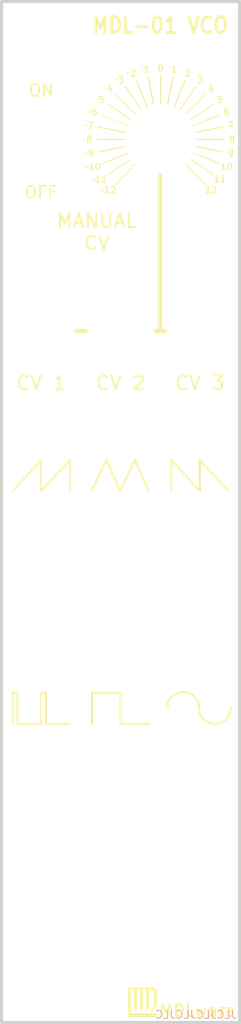
<source format=kicad_pcb>
(kicad_pcb (version 20171130) (host pcbnew "(5.1.6)-1")

  (general
    (thickness 1.6)
    (drawings 252)
    (tracks 0)
    (zones 0)
    (modules 14)
    (nets 1)
  )

  (page USLetter portrait)
  (title_block
    (title "MDL-01 VCO Panel")
    (date 2020-09-28)
    (rev 1.0)
    (company "MDL Synth")
    (comment 1 "Copyright (C) 2020 Matt Lisiak")
    (comment 2 "LICENSE: CERN-OHL-S (https://ohwr.org/cern_ohl_s_v2.txt)")
  )

  (layers
    (0 F.Cu signal)
    (31 B.Cu signal)
    (32 B.Adhes user hide)
    (33 F.Adhes user hide)
    (34 B.Paste user)
    (35 F.Paste user)
    (36 B.SilkS user hide)
    (37 F.SilkS user)
    (38 B.Mask user hide)
    (39 F.Mask user)
    (40 Dwgs.User user hide)
    (41 Cmts.User user)
    (42 Eco1.User user hide)
    (43 Eco2.User user hide)
    (44 Edge.Cuts user)
    (45 Margin user)
    (46 B.CrtYd user)
    (47 F.CrtYd user)
    (48 B.Fab user hide)
    (49 F.Fab user hide)
  )

  (setup
    (last_trace_width 0.25)
    (trace_clearance 0.2)
    (zone_clearance 0.508)
    (zone_45_only no)
    (trace_min 0.2)
    (via_size 0.8)
    (via_drill 0.4)
    (via_min_size 0.4)
    (via_min_drill 0.3)
    (uvia_size 0.3)
    (uvia_drill 0.1)
    (uvias_allowed no)
    (uvia_min_size 0.2)
    (uvia_min_drill 0.1)
    (edge_width 0.05)
    (segment_width 0.2)
    (pcb_text_width 0.3)
    (pcb_text_size 1.5 1.5)
    (mod_edge_width 0.12)
    (mod_text_size 1 1)
    (mod_text_width 0.15)
    (pad_size 1.524 1.524)
    (pad_drill 0.762)
    (pad_to_mask_clearance 0.05)
    (aux_axis_origin 0 0)
    (visible_elements 7FFFFF7F)
    (pcbplotparams
      (layerselection 0x010fc_ffffffff)
      (usegerberextensions false)
      (usegerberattributes true)
      (usegerberadvancedattributes true)
      (creategerberjobfile true)
      (excludeedgelayer true)
      (linewidth 0.100000)
      (plotframeref false)
      (viasonmask false)
      (mode 1)
      (useauxorigin false)
      (hpglpennumber 1)
      (hpglpenspeed 20)
      (hpglpendiameter 15.000000)
      (psnegative false)
      (psa4output false)
      (plotreference true)
      (plotvalue true)
      (plotinvisibletext false)
      (padsonsilk false)
      (subtractmaskfromsilk false)
      (outputformat 1)
      (mirror false)
      (drillshape 1)
      (scaleselection 1)
      (outputdirectory ""))
  )

  (net 0 "")

  (net_class Default "This is the default net class."
    (clearance 0.2)
    (trace_width 0.25)
    (via_dia 0.8)
    (via_drill 0.4)
    (uvia_dia 0.3)
    (uvia_drill 0.1)
  )

  (module MDLSynth:MountingHole_7mm (layer F.Cu) (tedit 5F7347EC) (tstamp 5F7C9A10)
    (at 110.05 83.35)
    (descr "Mounting Hole 6mm, no annular")
    (tags "mounting hole 6mm no annular")
    (attr virtual)
    (fp_text reference REF** (at 0 -7) (layer F.SilkS) hide
      (effects (font (size 1 1) (thickness 0.15)))
    )
    (fp_text value MountingHole_7mm (at 0 7) (layer F.Fab)
      (effects (font (size 1 1) (thickness 0.15)))
    )
    (fp_text user %R (at 0.3 0) (layer F.Fab)
      (effects (font (size 1 1) (thickness 0.15)))
    )
    (fp_circle (center 0 0) (end 4 0) (layer F.CrtYd) (width 0.05))
    (fp_circle (center 0 0) (end 3.75 0) (layer Cmts.User) (width 0.15))
    (pad "" np_thru_hole circle (at 0 0) (size 7 7) (drill 7) (layers *.Cu *.Mask)
      (solder_mask_margin 0.2) (solder_paste_margin -0.2) (clearance 0.4))
  )

  (module MDLSynth:MountingHole_7mm (layer F.Cu) (tedit 5F7347EC) (tstamp 5F739B8F)
    (at 115 147.35)
    (descr "Mounting Hole 6mm, no annular")
    (tags "mounting hole 6mm no annular")
    (attr virtual)
    (fp_text reference REF** (at 0 -7) (layer F.SilkS) hide
      (effects (font (size 1 1) (thickness 0.15)))
    )
    (fp_text value MountingHole_7mm (at 0 7) (layer F.Fab)
      (effects (font (size 1 1) (thickness 0.15)))
    )
    (fp_circle (center 0 0) (end 3.75 0) (layer Cmts.User) (width 0.15))
    (fp_circle (center 0 0) (end 4 0) (layer F.CrtYd) (width 0.05))
    (fp_text user %R (at 0.3 0) (layer F.Fab)
      (effects (font (size 1 1) (thickness 0.15)))
    )
    (pad "" np_thru_hole circle (at 0 0) (size 7 7) (drill 7) (layers *.Cu *.Mask)
      (solder_mask_margin 0.2) (solder_paste_margin -0.2) (clearance 0.4))
  )

  (module MDLSynth:MountingHole_7mm (layer F.Cu) (tedit 5F7347EC) (tstamp 5F739B53)
    (at 105 147.35)
    (descr "Mounting Hole 6mm, no annular")
    (tags "mounting hole 6mm no annular")
    (attr virtual)
    (fp_text reference REF** (at 0 -7) (layer F.SilkS) hide
      (effects (font (size 1 1) (thickness 0.15)))
    )
    (fp_text value MountingHole_7mm (at 0 7) (layer F.Fab)
      (effects (font (size 1 1) (thickness 0.15)))
    )
    (fp_circle (center 0 0) (end 3.75 0) (layer Cmts.User) (width 0.15))
    (fp_circle (center 0 0) (end 4 0) (layer F.CrtYd) (width 0.05))
    (fp_text user %R (at 0.3 0) (layer F.Fab)
      (effects (font (size 1 1) (thickness 0.15)))
    )
    (pad "" np_thru_hole circle (at 0 0) (size 7 7) (drill 7) (layers *.Cu *.Mask)
      (solder_mask_margin 0.2) (solder_paste_margin -0.2) (clearance 0.4))
  )

  (module MDLSynth:MountingHole_7mm (layer F.Cu) (tedit 5F7347EC) (tstamp 5F739B17)
    (at 95 147.35)
    (descr "Mounting Hole 6mm, no annular")
    (tags "mounting hole 6mm no annular")
    (attr virtual)
    (fp_text reference REF** (at 0 -7) (layer F.SilkS) hide
      (effects (font (size 1 1) (thickness 0.15)))
    )
    (fp_text value MountingHole_7mm (at 0 7) (layer F.Fab)
      (effects (font (size 1 1) (thickness 0.15)))
    )
    (fp_circle (center 0 0) (end 3.75 0) (layer Cmts.User) (width 0.15))
    (fp_circle (center 0 0) (end 4 0) (layer F.CrtYd) (width 0.05))
    (fp_text user %R (at 0.3 0) (layer F.Fab)
      (effects (font (size 1 1) (thickness 0.15)))
    )
    (pad "" np_thru_hole circle (at 0 0) (size 7 7) (drill 7) (layers *.Cu *.Mask)
      (solder_mask_margin 0.2) (solder_paste_margin -0.2) (clearance 0.4))
  )

  (module MDLSynth:MountingHole_7mm (layer F.Cu) (tedit 5F7347EC) (tstamp 5F739ADB)
    (at 115 132.96)
    (descr "Mounting Hole 6mm, no annular")
    (tags "mounting hole 6mm no annular")
    (attr virtual)
    (fp_text reference REF** (at 0 -7) (layer F.SilkS) hide
      (effects (font (size 1 1) (thickness 0.15)))
    )
    (fp_text value MountingHole_7mm (at 0 7) (layer F.Fab)
      (effects (font (size 1 1) (thickness 0.15)))
    )
    (fp_circle (center 0 0) (end 3.75 0) (layer Cmts.User) (width 0.15))
    (fp_circle (center 0 0) (end 4 0) (layer F.CrtYd) (width 0.05))
    (fp_text user %R (at 0.3 0) (layer F.Fab)
      (effects (font (size 1 1) (thickness 0.15)))
    )
    (pad "" np_thru_hole circle (at 0 0) (size 7 7) (drill 7) (layers *.Cu *.Mask)
      (solder_mask_margin 0.2) (solder_paste_margin -0.2) (clearance 0.4))
  )

  (module MDLSynth:MountingHole_7mm (layer F.Cu) (tedit 5F7347EC) (tstamp 5F739A9F)
    (at 105 132.96)
    (descr "Mounting Hole 6mm, no annular")
    (tags "mounting hole 6mm no annular")
    (attr virtual)
    (fp_text reference REF** (at 0 -7) (layer F.SilkS) hide
      (effects (font (size 1 1) (thickness 0.15)))
    )
    (fp_text value MountingHole_7mm (at 0 7) (layer F.Fab)
      (effects (font (size 1 1) (thickness 0.15)))
    )
    (fp_circle (center 0 0) (end 3.75 0) (layer Cmts.User) (width 0.15))
    (fp_circle (center 0 0) (end 4 0) (layer F.CrtYd) (width 0.05))
    (fp_text user %R (at 0.3 0) (layer F.Fab)
      (effects (font (size 1 1) (thickness 0.15)))
    )
    (pad "" np_thru_hole circle (at 0 0) (size 7 7) (drill 7) (layers *.Cu *.Mask)
      (solder_mask_margin 0.2) (solder_paste_margin -0.2) (clearance 0.4))
  )

  (module MDLSynth:MountingHole_7mm (layer F.Cu) (tedit 5F7347EC) (tstamp 5F739A63)
    (at 95 132.96)
    (descr "Mounting Hole 6mm, no annular")
    (tags "mounting hole 6mm no annular")
    (attr virtual)
    (fp_text reference REF** (at 0 -7) (layer F.SilkS) hide
      (effects (font (size 1 1) (thickness 0.15)))
    )
    (fp_text value MountingHole_7mm (at 0 7) (layer F.Fab)
      (effects (font (size 1 1) (thickness 0.15)))
    )
    (fp_circle (center 0 0) (end 3.75 0) (layer Cmts.User) (width 0.15))
    (fp_circle (center 0 0) (end 4 0) (layer F.CrtYd) (width 0.05))
    (fp_text user %R (at 0.3 0) (layer F.Fab)
      (effects (font (size 1 1) (thickness 0.15)))
    )
    (pad "" np_thru_hole circle (at 0 0) (size 7 7) (drill 7) (layers *.Cu *.Mask)
      (solder_mask_margin 0.2) (solder_paste_margin -0.2) (clearance 0.4))
  )

  (module MDLSynth:MountingHole_7mm (layer F.Cu) (tedit 5F7347EC) (tstamp 5F739A27)
    (at 115 107.46)
    (descr "Mounting Hole 6mm, no annular")
    (tags "mounting hole 6mm no annular")
    (attr virtual)
    (fp_text reference REF** (at 0 -7) (layer F.SilkS) hide
      (effects (font (size 1 1) (thickness 0.15)))
    )
    (fp_text value MountingHole_7mm (at 0 7) (layer F.Fab)
      (effects (font (size 1 1) (thickness 0.15)))
    )
    (fp_circle (center 0 0) (end 3.75 0) (layer Cmts.User) (width 0.15))
    (fp_circle (center 0 0) (end 4 0) (layer F.CrtYd) (width 0.05))
    (fp_text user %R (at 0.3 0) (layer F.Fab)
      (effects (font (size 1 1) (thickness 0.15)))
    )
    (pad "" np_thru_hole circle (at 0 0) (size 7 7) (drill 7) (layers *.Cu *.Mask)
      (solder_mask_margin 0.2) (solder_paste_margin -0.2) (clearance 0.4))
  )

  (module MDLSynth:MountingHole_7mm (layer F.Cu) (tedit 5F7347EC) (tstamp 5F7399EB)
    (at 105 107.46)
    (descr "Mounting Hole 6mm, no annular")
    (tags "mounting hole 6mm no annular")
    (attr virtual)
    (fp_text reference REF** (at 0 -7) (layer F.SilkS) hide
      (effects (font (size 1 1) (thickness 0.15)))
    )
    (fp_text value MountingHole_7mm (at 0 7) (layer F.Fab)
      (effects (font (size 1 1) (thickness 0.15)))
    )
    (fp_circle (center 0 0) (end 3.75 0) (layer Cmts.User) (width 0.15))
    (fp_circle (center 0 0) (end 4 0) (layer F.CrtYd) (width 0.05))
    (fp_text user %R (at 0.3 0) (layer F.Fab)
      (effects (font (size 1 1) (thickness 0.15)))
    )
    (pad "" np_thru_hole circle (at 0 0) (size 7 7) (drill 7) (layers *.Cu *.Mask)
      (solder_mask_margin 0.2) (solder_paste_margin -0.2) (clearance 0.4))
  )

  (module MDLSynth:MountingHole_7mm (layer F.Cu) (tedit 5F7347EC) (tstamp 5F739882)
    (at 95.01 107.46)
    (descr "Mounting Hole 6mm, no annular")
    (tags "mounting hole 6mm no annular")
    (attr virtual)
    (fp_text reference REF** (at 0 -7) (layer F.SilkS) hide
      (effects (font (size 1 1) (thickness 0.15)))
    )
    (fp_text value MountingHole_7mm (at 0 7) (layer F.Fab)
      (effects (font (size 1 1) (thickness 0.15)))
    )
    (fp_circle (center 0 0) (end 3.75 0) (layer Cmts.User) (width 0.15))
    (fp_circle (center 0 0) (end 4 0) (layer F.CrtYd) (width 0.05))
    (fp_text user %R (at 0.3 0) (layer F.Fab)
      (effects (font (size 1 1) (thickness 0.15)))
    )
    (pad "" np_thru_hole circle (at 0 0) (size 7 7) (drill 7) (layers *.Cu *.Mask)
      (solder_mask_margin 0.2) (solder_paste_margin -0.2) (clearance 0.4))
  )

  (module MDLSynth:MountingHole_7mm (layer F.Cu) (tedit 5F7347EC) (tstamp 5F73982C)
    (at 110.05 83.35)
    (descr "Mounting Hole 6mm, no annular")
    (tags "mounting hole 6mm no annular")
    (attr virtual)
    (fp_text reference REF** (at 0 -7) (layer F.SilkS) hide
      (effects (font (size 1 1) (thickness 0.15)))
    )
    (fp_text value MountingHole_7mm (at 0 7) (layer F.Fab)
      (effects (font (size 1 1) (thickness 0.15)))
    )
    (fp_circle (center 0 0) (end 3.75 0) (layer Cmts.User) (width 0.15))
    (fp_circle (center 0 0) (end 4 0) (layer F.CrtYd) (width 0.05))
    (fp_text user %R (at 0.3 0) (layer F.Fab)
      (effects (font (size 1 1) (thickness 0.15)))
    )
    (pad "" np_thru_hole circle (at 0 0) (size 7 7) (drill 7) (layers *.Cu *.Mask)
      (solder_mask_margin 0.2) (solder_paste_margin -0.2) (clearance 0.4))
  )

  (module MDLSynth:MountingHole_6mm (layer F.Cu) (tedit 5F73490E) (tstamp 5F7397E4)
    (at 95 83.35)
    (descr "Mounting Hole 6mm, no annular")
    (tags "mounting hole 6mm no annular")
    (attr virtual)
    (fp_text reference REF** (at 0 -7) (layer F.SilkS) hide
      (effects (font (size 1 1) (thickness 0.15)))
    )
    (fp_text value MountingHole_6mm (at 0 7) (layer F.Fab)
      (effects (font (size 1 1) (thickness 0.15)))
    )
    (fp_circle (center 0 0) (end 3.25 0) (layer Cmts.User) (width 0.15))
    (fp_circle (center 0 0) (end 3.5 0) (layer F.CrtYd) (width 0.05))
    (fp_text user %R (at 0.3 0) (layer F.Fab)
      (effects (font (size 1 1) (thickness 0.15)))
    )
    (pad "" np_thru_hole circle (at 0 0) (size 6 6) (drill 6) (layers *.Cu *.Mask)
      (solder_mask_margin 0.2) (solder_paste_margin -0.2) (clearance 0.4))
  )

  (module MDLSynth:MountingHole_3mm (layer F.Cu) (tedit 5F734920) (tstamp 5F739767)
    (at 97.5 191.5)
    (descr "Mounting Hole 6mm, no annular")
    (tags "mounting hole 6mm no annular")
    (attr virtual)
    (fp_text reference REF** (at 0 -4.2) (layer F.SilkS) hide
      (effects (font (size 1 1) (thickness 0.15)))
    )
    (fp_text value MountingHole_3mm (at 0 4.2) (layer F.Fab)
      (effects (font (size 1 1) (thickness 0.15)))
    )
    (fp_circle (center 0 0) (end 2 0) (layer F.CrtYd) (width 0.05))
    (fp_circle (center 0 0) (end 1.75 0) (layer Cmts.User) (width 0.15))
    (fp_text user %R (at 0.3 0) (layer F.Fab)
      (effects (font (size 1 1) (thickness 0.15)))
    )
    (pad "" np_thru_hole circle (at 0 0) (size 3 3) (drill 3) (layers *.Cu *.Mask)
      (solder_mask_margin 0.2) (solder_paste_margin -0.2) (clearance 0.4))
  )

  (module MDLSynth:MountingHole_3mm (layer F.Cu) (tedit 5F734920) (tstamp 5F739957)
    (at 97.5 69)
    (descr "Mounting Hole 6mm, no annular")
    (tags "mounting hole 6mm no annular")
    (attr virtual)
    (fp_text reference REF** (at 0 -4.2) (layer F.SilkS) hide
      (effects (font (size 1 1) (thickness 0.15)))
    )
    (fp_text value MountingHole_3mm (at 0 4.2) (layer F.Fab)
      (effects (font (size 1 1) (thickness 0.15)))
    )
    (fp_circle (center 0 0) (end 2 0) (layer F.CrtYd) (width 0.05))
    (fp_circle (center 0 0) (end 1.75 0) (layer Cmts.User) (width 0.15))
    (fp_text user %R (at 0.3 0) (layer F.Fab)
      (effects (font (size 1 1) (thickness 0.15)))
    )
    (pad "" np_thru_hole circle (at 0 0) (size 3 3) (drill 3) (layers *.Cu *.Mask)
      (solder_mask_margin 0.2) (solder_paste_margin -0.2) (clearance 0.4))
  )

  (gr_line (start 108.5 191.95) (end 108.25 191.95) (layer F.SilkS) (width 0.2) (tstamp 5F7CA723))
  (gr_line (start 108.5 190.7) (end 108.25 190.7) (layer F.SilkS) (width 0.2) (tstamp 5F7CA722))
  (gr_line (start 108.5 192.2) (end 108.25 192.2) (layer F.SilkS) (width 0.2) (tstamp 5F7CA721))
  (gr_line (start 108.5 191.45) (end 108.25 191.45) (layer F.SilkS) (width 0.2) (tstamp 5F7CA720))
  (gr_line (start 108.5 192.7) (end 108.25 192.7) (layer F.SilkS) (width 0.2) (tstamp 5F7CA71F))
  (gr_line (start 108.5 190.95) (end 108.25 190.95) (layer F.SilkS) (width 0.2) (tstamp 5F7CA71E))
  (gr_line (start 108.5 191.2) (end 108.25 191.2) (layer F.SilkS) (width 0.2) (tstamp 5F7CA71D))
  (gr_line (start 108.5 191.7) (end 108.25 191.7) (layer F.SilkS) (width 0.2) (tstamp 5F7CA71C))
  (gr_line (start 108.5 192.45) (end 108.25 192.45) (layer F.SilkS) (width 0.2) (tstamp 5F7CA71B))
  (gr_text . (at 108.27 192.64) (layer F.SilkS) (tstamp 5F7CA71A)
    (effects (font (size 0.8 0.8) (thickness 0.15)))
  )
  (gr_line (start 107.75 191.7) (end 107.5 191.7) (layer F.SilkS) (width 0.2) (tstamp 5F7CA70F))
  (gr_line (start 107.75 191.45) (end 107.5 191.45) (layer F.SilkS) (width 0.2) (tstamp 5F7CA70E))
  (gr_line (start 107.75 192.7) (end 107.5 192.7) (layer F.SilkS) (width 0.2) (tstamp 5F7CA70D))
  (gr_line (start 107.75 190.95) (end 107.5 190.95) (layer F.SilkS) (width 0.2) (tstamp 5F7CA70C))
  (gr_line (start 107.75 191.95) (end 107.5 191.95) (layer F.SilkS) (width 0.2) (tstamp 5F7CA70B))
  (gr_line (start 107.75 192.45) (end 107.5 192.45) (layer F.SilkS) (width 0.2) (tstamp 5F7CA70A))
  (gr_line (start 107.75 191.2) (end 107.5 191.2) (layer F.SilkS) (width 0.2) (tstamp 5F7CA709))
  (gr_line (start 107.75 190.7) (end 107.5 190.7) (layer F.SilkS) (width 0.2) (tstamp 5F7CA708))
  (gr_line (start 107.75 192.2) (end 107.5 192.2) (layer F.SilkS) (width 0.2) (tstamp 5F7CA707))
  (gr_text . (at 107.52 192.64) (layer F.SilkS) (tstamp 5F7CA706)
    (effects (font (size 0.8 0.8) (thickness 0.15)))
  )
  (gr_text . (at 106.77 192.64) (layer F.SilkS)
    (effects (font (size 0.8 0.8) (thickness 0.15)))
  )
  (gr_line (start 107 192.7) (end 106.75 192.7) (layer F.SilkS) (width 0.2) (tstamp 5F7CA6F8))
  (gr_line (start 107 192.45) (end 106.75 192.45) (layer F.SilkS) (width 0.2) (tstamp 5F7CA6F6))
  (gr_line (start 107 192.2) (end 106.75 192.2) (layer F.SilkS) (width 0.2) (tstamp 5F7CA6F4))
  (gr_line (start 107 191.95) (end 106.75 191.95) (layer F.SilkS) (width 0.2) (tstamp 5F7CA6F2))
  (gr_line (start 107 191.7) (end 106.75 191.7) (layer F.SilkS) (width 0.2) (tstamp 5F7CA6F0))
  (gr_line (start 107 191.45) (end 106.75 191.45) (layer F.SilkS) (width 0.2) (tstamp 5F7CA6EE))
  (gr_line (start 107 191.2) (end 106.75 191.2) (layer F.SilkS) (width 0.2) (tstamp 5F7CA6EC))
  (gr_line (start 107 190.95) (end 106.75 190.95) (layer F.SilkS) (width 0.2) (tstamp 5F7CA6E9))
  (gr_line (start 107 190.7) (end 106.75 190.7) (layer F.SilkS) (width 0.2) (tstamp 5F7CA6E7))
  (gr_line (start 108.5 190.45) (end 108.25 190.45) (layer F.SilkS) (width 0.2) (tstamp 5F7CA6E5))
  (gr_line (start 107.75 190.45) (end 107.5 190.45) (layer F.SilkS) (width 0.2) (tstamp 5F7CA6E3))
  (gr_line (start 107 190.45) (end 106.75 190.45) (layer F.SilkS) (width 0.2) (tstamp 5F7CA6E1))
  (gr_line (start 106.25 190.45) (end 106 190.45) (layer F.SilkS) (width 0.2) (tstamp 5F7CA6DB))
  (gr_line (start 106.25 190.7) (end 106 190.7) (layer F.SilkS) (width 0.2) (tstamp 5F7CA6D9))
  (gr_line (start 106.25 190.95) (end 106 190.95) (layer F.SilkS) (width 0.2) (tstamp 5F7CA6D7))
  (gr_line (start 106.25 191.2) (end 106 191.2) (layer F.SilkS) (width 0.2) (tstamp 5F7CA6D5))
  (gr_line (start 106.25 191.45) (end 106 191.45) (layer F.SilkS) (width 0.2) (tstamp 5F7CA6D3))
  (gr_line (start 106.25 191.7) (end 106 191.7) (layer F.SilkS) (width 0.2) (tstamp 5F7CA6D1))
  (gr_line (start 106.25 191.95) (end 106 191.95) (layer F.SilkS) (width 0.2) (tstamp 5F7CA6CF))
  (gr_line (start 106.25 192.2) (end 106 192.2) (layer F.SilkS) (width 0.2) (tstamp 5F7CA6CD))
  (gr_line (start 106.25 192.45) (end 106 192.45) (layer F.SilkS) (width 0.2) (tstamp 5F7CA6CB))
  (gr_line (start 106.25 192.7) (end 106 192.7) (layer F.SilkS) (width 0.2) (tstamp 5F7CA6C9))
  (gr_line (start 106.25 192.95) (end 106 192.95) (layer F.SilkS) (width 0.2) (tstamp 5F7CA6C7))
  (gr_line (start 106.25 193.2) (end 106 193.2) (layer F.SilkS) (width 0.2) (tstamp 5F7CA6C5))
  (gr_line (start 109.25 190.2) (end 106 190.2) (layer F.SilkS) (width 0.2) (tstamp 5F7CA691))
  (gr_line (start 109.5 190.45) (end 109 190.45) (layer F.SilkS) (width 0.2) (tstamp 5F7CA68E))
  (gr_line (start 109.5 190.7) (end 109.25 190.7) (layer F.SilkS) (width 0.2) (tstamp 5F7CA68C))
  (gr_line (start 109.5 190.95) (end 109.25 190.95) (layer F.SilkS) (width 0.2) (tstamp 5F7CA68A))
  (gr_line (start 109.5 191.2) (end 109.25 191.2) (layer F.SilkS) (width 0.2) (tstamp 5F7CA688))
  (gr_line (start 109.5 191.45) (end 109.25 191.45) (layer F.SilkS) (width 0.2) (tstamp 5F7CA686))
  (gr_line (start 109.5 191.7) (end 109.25 191.7) (layer F.SilkS) (width 0.2) (tstamp 5F7CA684))
  (gr_line (start 109.5 191.95) (end 109.25 191.95) (layer F.SilkS) (width 0.2) (tstamp 5F7CA682))
  (gr_line (start 109.5 192.2) (end 109.25 192.2) (layer F.SilkS) (width 0.2) (tstamp 5F7CA680))
  (gr_line (start 109.5 192.45) (end 109.25 192.45) (layer F.SilkS) (width 0.2) (tstamp 5F7CA67E))
  (gr_line (start 109.25 192.7) (end 109 192.7) (layer F.SilkS) (width 0.2) (tstamp 5F7CA67C))
  (gr_line (start 109 192.95) (end 108.75 192.95) (layer F.SilkS) (width 0.2) (tstamp 5F7CA679))
  (gr_line (start 109.5 193.45) (end 106 193.45) (layer F.SilkS) (width 0.2) (tstamp 5F7CA677))
  (gr_line (start 109.5 193.7) (end 106 193.7) (layer F.SilkS) (width 0.2) (tstamp 5F7CA674))
  (gr_line (start 102.57 89.7) (end 102.8 89.7) (layer F.SilkS) (width 0.15) (tstamp 5F7CA10D))
  (gr_line (start 101.47 88.4) (end 101.7 88.4) (layer F.SilkS) (width 0.15) (tstamp 5F7CA10B))
  (gr_line (start 100.6 86.8) (end 100.83 86.8) (layer F.SilkS) (width 0.15) (tstamp 5F7CA109))
  (gr_line (start 100.5 85.1) (end 100.73 85.1) (layer F.SilkS) (width 0.15) (tstamp 5F7CA107))
  (gr_line (start 100.27 83.35) (end 100.5 83.35) (layer F.SilkS) (width 0.15) (tstamp 5F7CA103))
  (gr_line (start 100.5 81.6) (end 100.73 81.6) (layer F.SilkS) (width 0.15) (tstamp 5F7CA0F3))
  (gr_line (start 101 79.9) (end 101.23 79.9) (layer F.SilkS) (width 0.15) (tstamp 5F7CA0ED))
  (gr_line (start 101.815 78.4) (end 102.045 78.4) (layer F.SilkS) (width 0.15) (tstamp 5F7CA0EB))
  (gr_line (start 102.915 77) (end 103.145 77) (layer F.SilkS) (width 0.15) (tstamp 5F7CA0E9))
  (gr_line (start 104.4 75.8) (end 104.63 75.8) (layer F.SilkS) (width 0.15) (tstamp 5F7CA0E7))
  (gr_line (start 105.9 75) (end 106.13 75) (layer F.SilkS) (width 0.15) (tstamp 5F7CA0E3))
  (gr_line (start 107.6 74.58) (end 107.83 74.58) (layer F.SilkS) (width 0.15) (tstamp 5F7CA0DC))
  (gr_text 12 (at 103.69 89.71) (layer F.SilkS) (tstamp 5F7CA0AF)
    (effects (font (size 0.8 0.8) (thickness 0.15)))
  )
  (gr_text 11 (at 102.56 88.34) (layer F.SilkS) (tstamp 5F7CA0AD)
    (effects (font (size 0.8 0.8) (thickness 0.15)))
  )
  (gr_text 10 (at 101.74 86.79) (layer F.SilkS) (tstamp 5F7CA0AB)
    (effects (font (size 0.8 0.8) (thickness 0.15)))
  )
  (gr_text 9 (at 101.23 85.11) (layer F.SilkS) (tstamp 5F7CA0A9)
    (effects (font (size 0.8 0.8) (thickness 0.15)))
  )
  (gr_text 8 (at 101.05 83.35) (layer F.SilkS) (tstamp 5F7CA0A7)
    (effects (font (size 0.8 0.8) (thickness 0.15)))
  )
  (gr_text 7 (at 101.23 81.59) (layer F.SilkS) (tstamp 5F7CA0A5)
    (effects (font (size 0.8 0.8) (thickness 0.15)))
  )
  (gr_text 6 (at 101.74 79.9) (layer F.SilkS) (tstamp 5F7CA0A3)
    (effects (font (size 0.8 0.8) (thickness 0.15)))
  )
  (gr_text 5 (at 102.56 78.36) (layer F.SilkS) (tstamp 5F7CA0A1)
    (effects (font (size 0.8 0.8) (thickness 0.15)))
  )
  (gr_text 4 (at 103.69 76.99) (layer F.SilkS) (tstamp 5F7CA09F)
    (effects (font (size 0.8 0.8) (thickness 0.15)))
  )
  (gr_text 3 (at 105.07 75.86) (layer F.SilkS) (tstamp 5F7CA09D)
    (effects (font (size 0.8 0.8) (thickness 0.15)))
  )
  (gr_text 2 (at 106.6 75.04) (layer F.SilkS) (tstamp 5F7CA09B)
    (effects (font (size 0.8 0.8) (thickness 0.15)))
  )
  (gr_text 1 (at 108.28 74.53) (layer F.SilkS) (tstamp 5F7CA099)
    (effects (font (size 0.8 0.8) (thickness 0.15)))
  )
  (gr_text 12 (at 116.41 89.71) (layer F.SilkS) (tstamp 5F7CA090)
    (effects (font (size 0.8 0.8) (thickness 0.15)))
  )
  (gr_text 11 (at 117.53 88.35) (layer F.SilkS) (tstamp 5F7CA08E)
    (effects (font (size 0.8 0.8) (thickness 0.15)))
  )
  (gr_text 10 (at 118.36 86.8) (layer F.SilkS) (tstamp 5F7CA08C)
    (effects (font (size 0.8 0.8) (thickness 0.15)))
  )
  (gr_text 9 (at 118.87 85.11) (layer F.SilkS) (tstamp 5F7CA08A)
    (effects (font (size 0.8 0.8) (thickness 0.15)))
  )
  (gr_text 8 (at 119.05 83.35) (layer F.SilkS) (tstamp 5F7CA088)
    (effects (font (size 0.8 0.8) (thickness 0.15)))
  )
  (gr_text 7 (at 118.87 81.58) (layer F.SilkS) (tstamp 5F7CA086)
    (effects (font (size 0.8 0.8) (thickness 0.15)))
  )
  (gr_text 6 (at 118.36 79.9) (layer F.SilkS) (tstamp 5F7CA084)
    (effects (font (size 0.8 0.8) (thickness 0.15)))
  )
  (gr_text 5 (at 117.53 78.35) (layer F.SilkS) (tstamp 5F7CA082)
    (effects (font (size 0.8 0.8) (thickness 0.15)))
  )
  (gr_text 4 (at 116.41 76.99) (layer F.SilkS) (tstamp 5F7CA080)
    (effects (font (size 0.8 0.8) (thickness 0.15)))
  )
  (gr_text 3 (at 115.04 75.86) (layer F.SilkS) (tstamp 5F7CA07E)
    (effects (font (size 0.8 0.8) (thickness 0.15)))
  )
  (gr_text 2 (at 113.5 75.04) (layer F.SilkS) (tstamp 5F7CA07C)
    (effects (font (size 0.8 0.8) (thickness 0.15)))
  )
  (gr_text 1 (at 111.8 74.52) (layer F.SilkS) (tstamp 5F7CA07A)
    (effects (font (size 0.8 0.8) (thickness 0.15)))
  )
  (gr_text JLCJLCJLCJLC (at 114.5 193.5) (layer B.SilkS)
    (effects (font (size 1 1) (thickness 0.15)) (justify mirror))
  )
  (gr_text MDLware (at 114.7 193) (layer F.SilkS)
    (effects (font (size 1.5 1.5) (thickness 0.25)))
  )
  (gr_text "MDL-01 VCO" (at 110 69) (layer F.SilkS)
    (effects (font (size 2 1.75) (thickness 0.35)))
  )
  (gr_line (start 106.3 85.84) (end 103.39 87.79) (layer F.SilkS) (width 0.15) (tstamp 5F7C9E17))
  (gr_line (start 105.89 85.07) (end 102.66 86.41) (layer F.SilkS) (width 0.15) (tstamp 5F7C9E13))
  (gr_line (start 105.64 84.23) (end 102.21 84.91) (layer F.SilkS) (width 0.15) (tstamp 5F7C9E0F))
  (gr_line (start 105.55 83.35) (end 102.05 83.35) (layer F.SilkS) (width 0.15) (tstamp 5F7C9E0B))
  (gr_line (start 105.64 82.47) (end 102.2 81.79) (layer F.SilkS) (width 0.15) (tstamp 5F7C9E07))
  (gr_line (start 105.89 81.63) (end 102.66 80.28) (layer F.SilkS) (width 0.1) (tstamp 5F7C9E03))
  (gr_line (start 106.31 80.86) (end 103.4 78.92) (layer F.SilkS) (width 0.15) (tstamp 5F7C9DFF))
  (gr_line (start 106.86 80.17) (end 104.39 77.69) (layer F.SilkS) (width 0.15) (tstamp 5F7C9DFB))
  (gr_line (start 107.55 79.6) (end 105.63 76.69) (layer F.SilkS) (width 0.15) (tstamp 5F7C9DF7))
  (gr_line (start 108.33 79.19) (end 106.99 75.96) (layer F.SilkS) (width 0.15) (tstamp 5F7C9DF3))
  (gr_line (start 109.17 78.94) (end 108.47 75.5) (layer F.SilkS) (width 0.15) (tstamp 5F7C9DEA))
  (gr_line (start 113.79 85.85) (end 116.7 87.79) (layer F.SilkS) (width 0.15))
  (gr_line (start 114.21 85.07) (end 117.44 86.41) (layer F.SilkS) (width 0.15) (tstamp 5F7C9DC2))
  (gr_line (start 114.46 84.23) (end 117.9 84.92) (layer F.SilkS) (width 0.15))
  (gr_line (start 114.55 83.35) (end 118.05 83.35) (layer F.SilkS) (width 0.15))
  (gr_line (start 110.05 83.35) (end 103.69 89.71) (layer Cmts.User) (width 0.01) (tstamp 5F7C9D30))
  (gr_line (start 110.05 83.35) (end 102.56 88.34) (layer Cmts.User) (width 0.01) (tstamp 5F7C9D2B))
  (gr_line (start 110.05 83.35) (end 101.74 86.79) (layer Cmts.User) (width 0.01) (tstamp 5F7C9D23))
  (gr_line (start 110.05 83.35) (end 101.23 85.11) (layer Cmts.User) (width 0.01))
  (gr_line (start 110.05 83.35) (end 101.05 83.35) (layer Cmts.User) (width 0.01))
  (gr_line (start 110.05 83.35) (end 101.23 81.59) (layer Cmts.User) (width 0.01))
  (gr_line (start 110.05 83.35) (end 101.74 79.9) (layer Cmts.User) (width 0.01))
  (gr_line (start 110.05 83.35) (end 102.56 78.36) (layer Cmts.User) (width 0.01))
  (gr_line (start 110.05 83.35) (end 103.69 76.99) (layer Cmts.User) (width 0.01))
  (gr_line (start 110.05 83.35) (end 105.07 75.86) (layer Cmts.User) (width 0.01))
  (gr_line (start 110.05 83.35) (end 106.6 75.04) (layer Cmts.User) (width 0.01))
  (gr_line (start 110.05 83.35) (end 108.28 74.53) (layer Cmts.User) (width 0.01))
  (gr_line (start 110.05 83.35) (end 116.41 89.71) (layer Cmts.User) (width 0.01))
  (gr_line (start 110.05 83.35) (end 117.53 88.35) (layer Cmts.User) (width 0.01))
  (gr_line (start 110.05 83.35) (end 118.36 86.8) (layer Cmts.User) (width 0.01))
  (gr_line (start 110.05 83.35) (end 118.87 85.11) (layer Cmts.User) (width 0.01))
  (gr_line (start 110.05 83.35) (end 119.05 83.35) (layer Cmts.User) (width 0.01) (tstamp 5F7C9CDA))
  (gr_line (start 110.05 83.35) (end 118.87 81.58) (layer Cmts.User) (width 0.01))
  (gr_line (start 110.05 83.35) (end 118.36 79.9) (layer Cmts.User) (width 0.01))
  (gr_line (start 110.05 83.35) (end 117.53 78.35) (layer Cmts.User) (width 0.01))
  (gr_line (start 110.05 83.35) (end 116.41 76.99) (layer Cmts.User) (width 0.01))
  (gr_line (start 110.05 83.35) (end 115.04 75.86) (layer Cmts.User) (width 0.01))
  (gr_line (start 110.05 83.35) (end 113.5 75.04) (layer Cmts.User) (width 0.01))
  (gr_line (start 110.05 74.35) (end 110.05 83.35) (layer Cmts.User) (width 0.01))
  (gr_line (start 110.05 83.35) (end 111.8 74.52) (layer Cmts.User) (width 0.01))
  (gr_circle (center 110.05 83.35) (end 119.05 83.35) (layer Cmts.User) (width 0.01))
  (gr_circle (center 110.05 83.35) (end 114.55 83.35) (layer Cmts.User) (width 0.01))
  (gr_line (start 114.46 82.46) (end 117.9 81.77) (layer F.SilkS) (width 0.15))
  (gr_line (start 113.79 80.85) (end 116.71 78.9) (layer F.SilkS) (width 0.15))
  (gr_line (start 113.23 80.17) (end 115.71 77.69) (layer F.SilkS) (width 0.15))
  (gr_line (start 112.54 79.61) (end 114.49 76.69) (layer F.SilkS) (width 0.15))
  (gr_line (start 111.77 79.2) (end 113.12 75.96) (layer F.SilkS) (width 0.15))
  (gr_line (start 110.93 78.94) (end 111.6 75.5) (layer F.SilkS) (width 0.15))
  (gr_line (start 114.2 81.62) (end 117.45 80.28) (layer F.SilkS) (width 0.15))
  (gr_circle (center 110.05 83.35) (end 118.05 83.35) (layer Cmts.User) (width 0.01) (tstamp 5F7C9A78))
  (gr_line (start 113.24 86.52) (end 115.71 89.01) (layer F.SilkS) (width 0.15))
  (gr_text 0 (at 110.05 74.35) (layer F.SilkS)
    (effects (font (size 0.8 0.8) (thickness 0.15)))
  )
  (gr_line (start 110.05 78.85) (end 110.05 75.35) (layer F.SilkS) (width 0.15))
  (gr_line (start 106.87 86.53) (end 104.4 89) (layer F.SilkS) (width 0.15))
  (gr_line (start 95.6 156.9) (end 98.6 156.9) (layer F.SilkS) (width 0.25) (tstamp 5F73A503))
  (gr_line (start 95.6 156.9) (end 95.6 153) (layer F.SilkS) (width 0.25) (tstamp 5F73A500))
  (gr_line (start 95 153) (end 95.6 153) (layer F.SilkS) (width 0.25) (tstamp 5F73A4FD))
  (gr_line (start 95 156.9) (end 95 153) (layer F.SilkS) (width 0.25) (tstamp 5F73A4FA))
  (gr_line (start 118.6 127.6) (end 115 123.7) (layer F.SilkS) (width 0.25) (tstamp 5F73A2FE))
  (gr_line (start 115 127.6) (end 115 123.7) (layer F.SilkS) (width 0.25) (tstamp 5F73A2FA))
  (gr_line (start 108.55 127.6) (end 106.8 123.7) (layer F.SilkS) (width 0.25) (tstamp 5F73A2E9))
  (gr_line (start 104.95 127.6) (end 106.8 123.7) (layer F.SilkS) (width 0.25) (tstamp 5F73A2E5))
  (gr_line (start 98.6 127.6) (end 98.6 123.7) (layer F.SilkS) (width 0.25) (tstamp 5F73A2C5))
  (gr_line (start 95 127.6) (end 98.6 123.7) (layer F.SilkS) (width 0.25) (tstamp 5F73A2C2))
  (gr_line (start 105 156.9) (end 108.6 156.9) (layer F.SilkS) (width 0.25) (tstamp 5F73A29A))
  (gr_arc (start 116.902498 154.9) (end 114.9 154.9) (angle -90) (layer F.SilkS) (width 0.25) (tstamp 5F73A25D))
  (gr_arc (start 112.897502 154.9) (end 114.9 154.9) (angle -90) (layer F.SilkS) (width 0.25) (tstamp 5F73A25A))
  (gr_arc (start 116.902498 154.9) (end 116.902498 156.902498) (angle -90) (layer F.SilkS) (width 0.25) (tstamp 5F73A256))
  (gr_arc (start 112.897502 154.9) (end 112.897502 152.897502) (angle -90) (layer F.SilkS) (width 0.25))
  (gr_line (start 101.4 153) (end 105 153) (layer F.SilkS) (width 0.25) (tstamp 5F73A246))
  (gr_line (start 95 127.6) (end 95 123.7) (layer F.SilkS) (width 0.25) (tstamp 5F73A244))
  (gr_line (start 101.4 156.9) (end 101.4 153) (layer F.SilkS) (width 0.25) (tstamp 5F73A242))
  (gr_line (start 92 156.9) (end 95 156.9) (layer F.SilkS) (width 0.25) (tstamp 5F73A237))
  (gr_line (start 91.4 153) (end 92 153) (layer F.SilkS) (width 0.25) (tstamp 5F73A234))
  (gr_line (start 92 156.9) (end 92 153) (layer F.SilkS) (width 0.25) (tstamp 5F73A22F))
  (gr_line (start 91.4 156.9) (end 91.4 153) (layer F.SilkS) (width 0.25) (tstamp 5F73A22D))
  (gr_line (start 115 127.6) (end 111.4 123.7) (layer F.SilkS) (width 0.25) (tstamp 5F73A21A))
  (gr_line (start 111.4 127.6) (end 111.4 123.7) (layer F.SilkS) (width 0.25) (tstamp 5F73A219))
  (gr_line (start 104.95 127.6) (end 103.2 123.7) (layer F.SilkS) (width 0.25) (tstamp 5F73A212))
  (gr_line (start 101.35 127.6) (end 103.2 123.7) (layer F.SilkS) (width 0.25) (tstamp 5F73A20E))
  (gr_line (start 91.4 127.6) (end 95 123.7) (layer F.SilkS) (width 0.25) (tstamp 5F73A1F9))
  (gr_line (start 105 156.9) (end 105 153) (layer F.SilkS) (width 0.25) (tstamp 5F73A1F4))
  (gr_line (start 100.61 107.46) (end 99.39 107.46) (layer F.SilkS) (width 0.5) (tstamp 5F73A1C3))
  (gr_line (start 110.61 107.46) (end 109.39 107.46) (layer F.SilkS) (width 0.5) (tstamp 5F73A1BE))
  (gr_line (start 110 107.46) (end 110 87.8) (layer F.SilkS) (width 0.5) (tstamp 5F73A188))
  (gr_text "CV 3" (at 115 114) (layer F.SilkS) (tstamp 5F73A181)
    (effects (font (size 1.75 1.75) (thickness 0.25)))
  )
  (gr_text "CV 2" (at 105 114.02) (layer F.SilkS) (tstamp 5F73A17E)
    (effects (font (size 1.75 1.75) (thickness 0.25)))
  )
  (gr_text "CV 1" (at 95 114.02) (layer F.SilkS)
    (effects (font (size 1.75 1.75) (thickness 0.25)))
  )
  (gr_text OFF (at 95 90) (layer F.SilkS)
    (effects (font (size 1.5 1.5) (thickness 0.2)))
  )
  (gr_text ON (at 95 77.2) (layer F.SilkS)
    (effects (font (size 1.5 1.5) (thickness 0.2)))
  )
  (gr_text "MANUAL\nCV" (at 102 95) (layer F.SilkS)
    (effects (font (size 1.75 1.75) (thickness 0.25)))
  )
  (gr_line (start 90 194.5) (end 90 66) (layer Edge.Cuts) (width 0.4) (tstamp 5F733A8B))
  (gr_line (start 120 194.5) (end 90 194.5) (layer Edge.Cuts) (width 0.4))
  (gr_line (start 120 66) (end 120 194.5) (layer Edge.Cuts) (width 0.4))
  (gr_line (start 90 66) (end 120 66) (layer Edge.Cuts) (width 0.4))
  (gr_line (start 97.5 69) (end 120 69) (layer Dwgs.User) (width 0.15))
  (gr_line (start 90 191.5) (end 120 191.5) (layer Dwgs.User) (width 0.15))
  (gr_line (start 97.5 69) (end 97.5 194.5) (layer Dwgs.User) (width 0.15))
  (gr_line (start 97.5 69) (end 90 69) (layer Dwgs.User) (width 0.15))
  (gr_line (start 97.5 66) (end 97.5 69) (layer Dwgs.User) (width 0.15))
  (dimension 108 (width 0.15) (layer Dwgs.User)
    (gr_text "108.000 mm" (at 123.34 130.25 270) (layer Dwgs.User)
      (effects (font (size 1 1) (thickness 0.15)))
    )
    (feature1 (pts (xy 119.6 184.25) (xy 122.626421 184.25)))
    (feature2 (pts (xy 119.6 76.25) (xy 122.626421 76.25)))
    (crossbar (pts (xy 122.04 76.25) (xy 122.04 184.25)))
    (arrow1a (pts (xy 122.04 184.25) (xy 121.453579 183.123496)))
    (arrow1b (pts (xy 122.04 184.25) (xy 122.626421 183.123496)))
    (arrow2a (pts (xy 122.04 76.25) (xy 121.453579 77.376504)))
    (arrow2b (pts (xy 122.04 76.25) (xy 122.626421 77.376504)))
  )
  (dimension 29.2 (width 0.15) (layer Dwgs.User)
    (gr_text "29.200 mm" (at 105 198.94) (layer Dwgs.User)
      (effects (font (size 1 1) (thickness 0.15)))
    )
    (feature1 (pts (xy 119.6 184.25) (xy 119.6 198.226421)))
    (feature2 (pts (xy 90.4 184.25) (xy 90.4 198.226421)))
    (crossbar (pts (xy 90.4 197.64) (xy 119.6 197.64)))
    (arrow1a (pts (xy 119.6 197.64) (xy 118.473496 198.226421)))
    (arrow1b (pts (xy 119.6 197.64) (xy 118.473496 197.053579)))
    (arrow2a (pts (xy 90.4 197.64) (xy 91.526504 198.226421)))
    (arrow2b (pts (xy 90.4 197.64) (xy 91.526504 197.053579)))
  )
  (gr_line (start 115.01 147.35) (end 115.01 184.25) (layer Dwgs.User) (width 0.15))
  (gr_circle (center 115.01 147.35) (end 111.51 147.35) (layer Dwgs.User) (width 0.15))
  (gr_line (start 115.01 76.25) (end 115.01 147.35) (layer Dwgs.User) (width 0.15))
  (gr_line (start 105 147.35) (end 105 184.25) (layer Dwgs.User) (width 0.15))
  (gr_line (start 95 147.35) (end 95 184.25) (layer Dwgs.User) (width 0.15))
  (gr_circle (center 105 147.35) (end 101.5 147.35) (layer Dwgs.User) (width 0.15))
  (gr_line (start 105 147.35) (end 119.6 147.35) (layer Dwgs.User) (width 0.15))
  (gr_line (start 90.4 147.35) (end 105 147.35) (layer Dwgs.User) (width 0.15))
  (gr_line (start 105 76.25) (end 105 147.35) (layer Dwgs.User) (width 0.15))
  (gr_circle (center 95 147.35) (end 91.5 147.35) (layer Dwgs.User) (width 0.15))
  (gr_line (start 95 147.35) (end 90.4 147.35) (layer Dwgs.User) (width 0.15))
  (gr_line (start 95.03 76.25) (end 95 147.35) (layer Dwgs.User) (width 0.15))
  (gr_line (start 115 132.96) (end 119.6 132.96) (layer Dwgs.User) (width 0.15))
  (gr_circle (center 115 132.96) (end 111.5 132.96) (layer Dwgs.User) (width 0.15))
  (gr_line (start 115 132.96) (end 115.01 76.25) (layer Dwgs.User) (width 0.15))
  (gr_line (start 90.4 132.96) (end 115 132.96) (layer Dwgs.User) (width 0.15))
  (gr_line (start 115 107.46) (end 119.6 107.46) (layer Dwgs.User) (width 0.15))
  (gr_line (start 110.05 83.35) (end 110.05 184.25) (layer Dwgs.User) (width 0.15))
  (gr_line (start 110.05 83.35) (end 119.6 83.35) (layer Dwgs.User) (width 0.15))
  (gr_circle (center 105 132.96) (end 101.5 132.96) (layer Dwgs.User) (width 0.15))
  (gr_line (start 105 132.96) (end 105 76.25) (layer Dwgs.User) (width 0.15) (tstamp 5F726E7C))
  (gr_line (start 90.4 132.96) (end 105 132.96) (layer Dwgs.User) (width 0.15))
  (gr_circle (center 95 132.96) (end 91.5 132.96) (layer Dwgs.User) (width 0.15))
  (gr_line (start 95 132.96) (end 90.4 132.96) (layer Dwgs.User) (width 0.15))
  (gr_line (start 95 76.25) (end 95 132.96) (layer Dwgs.User) (width 0.15))
  (gr_circle (center 115 107.46) (end 111.5 107.46) (layer Dwgs.User) (width 0.15))
  (gr_line (start 115 107.46) (end 115 76.25) (layer Dwgs.User) (width 0.15))
  (gr_line (start 90.4 107.46) (end 115 107.46) (layer Dwgs.User) (width 0.15))
  (gr_circle (center 105 107.46) (end 101.5 107.46) (layer Dwgs.User) (width 0.15))
  (gr_line (start 105 107.46) (end 105 76.25) (layer Dwgs.User) (width 0.15))
  (gr_line (start 90.4 107.46) (end 105 107.46) (layer Dwgs.User) (width 0.15))
  (gr_circle (center 95 107.46) (end 91.5 107.46) (layer Dwgs.User) (width 0.15))
  (gr_line (start 90.4 107.46) (end 95 107.46) (layer Dwgs.User) (width 0.15))
  (gr_line (start 95 76.25) (end 95 107.46) (layer Dwgs.User) (width 0.15))
  (gr_circle (center 110.05 83.35) (end 113.55 83.35) (layer Dwgs.User) (width 0.15))
  (gr_line (start 110.05 76.25) (end 110.05 83.35) (layer Dwgs.User) (width 0.15))
  (gr_line (start 90.4 83.35) (end 110.05 83.35) (layer Dwgs.User) (width 0.15))
  (gr_circle (center 95 83.35) (end 98 83.35) (layer Dwgs.User) (width 0.15))
  (gr_line (start 90.4 83.35) (end 95 83.35) (layer Dwgs.User) (width 0.15))
  (gr_line (start 95 76.25) (end 95 83.35) (layer Dwgs.User) (width 0.15))
  (gr_line (start 90.4 184.25) (end 90.4 76.25) (layer Dwgs.User) (width 0.15) (tstamp 5F71E7FB))
  (gr_line (start 119.6 184.25) (end 90.4 184.25) (layer Dwgs.User) (width 0.15) (tstamp 5F71E7FE))
  (gr_line (start 119.6 76.25) (end 119.6 184.25) (layer Dwgs.User) (width 0.15) (tstamp 5F71E7EC))
  (gr_line (start 90.4 76.25) (end 119.6 76.25) (layer Dwgs.User) (width 0.15) (tstamp 5F71E7E9))
  (dimension 128.5 (width 0.15) (layer Dwgs.User) (tstamp 5F71E7F6)
    (gr_text "128.500 mm" (at 87 130.25 90) (layer Dwgs.User) (tstamp 5F71E7F6)
      (effects (font (size 1 1) (thickness 0.15)))
    )
    (feature1 (pts (xy 90 66) (xy 87.713579 66)))
    (feature2 (pts (xy 90 194.5) (xy 87.713579 194.5)))
    (crossbar (pts (xy 88.3 194.5) (xy 88.3 66)))
    (arrow1a (pts (xy 88.3 66) (xy 88.886421 67.126504)))
    (arrow1b (pts (xy 88.3 66) (xy 87.713579 67.126504)))
    (arrow2a (pts (xy 88.3 194.5) (xy 88.886421 193.373496)))
    (arrow2b (pts (xy 88.3 194.5) (xy 87.713579 193.373496)))
  )
  (dimension 30 (width 0.15) (layer Dwgs.User) (tstamp 5F71E808)
    (gr_text "30.000 mm" (at 105 63.3) (layer Dwgs.User) (tstamp 5F71E808)
      (effects (font (size 1 1) (thickness 0.15)))
    )
    (feature1 (pts (xy 120 66) (xy 120 64.013579)))
    (feature2 (pts (xy 90 66) (xy 90 64.013579)))
    (crossbar (pts (xy 90 64.6) (xy 120 64.6)))
    (arrow1a (pts (xy 120 64.6) (xy 118.873496 65.186421)))
    (arrow1b (pts (xy 120 64.6) (xy 118.873496 64.013579)))
    (arrow2a (pts (xy 90 64.6) (xy 91.126504 65.186421)))
    (arrow2b (pts (xy 90 64.6) (xy 91.126504 64.013579)))
  )
  (gr_circle (center 97.5 191.5) (end 99.1 191.5) (layer Dwgs.User) (width 0.15) (tstamp 5F71E816))
  (gr_circle (center 97.5 69) (end 99.1 69) (layer Dwgs.User) (width 0.15) (tstamp 5F71E804))
  (gr_line (start 120 66) (end 120 194.5) (layer Dwgs.User) (width 0.15) (tstamp 5F71E801))
  (gr_line (start 90 66) (end 90 194.5) (layer Dwgs.User) (width 0.15) (tstamp 5F71E813))
  (gr_line (start 90 194.5) (end 120 194.5) (layer Dwgs.User) (width 0.15) (tstamp 5F71E80D))
  (gr_line (start 90 66) (end 120 66) (layer Dwgs.User) (width 0.15) (tstamp 5F71E810))

)

</source>
